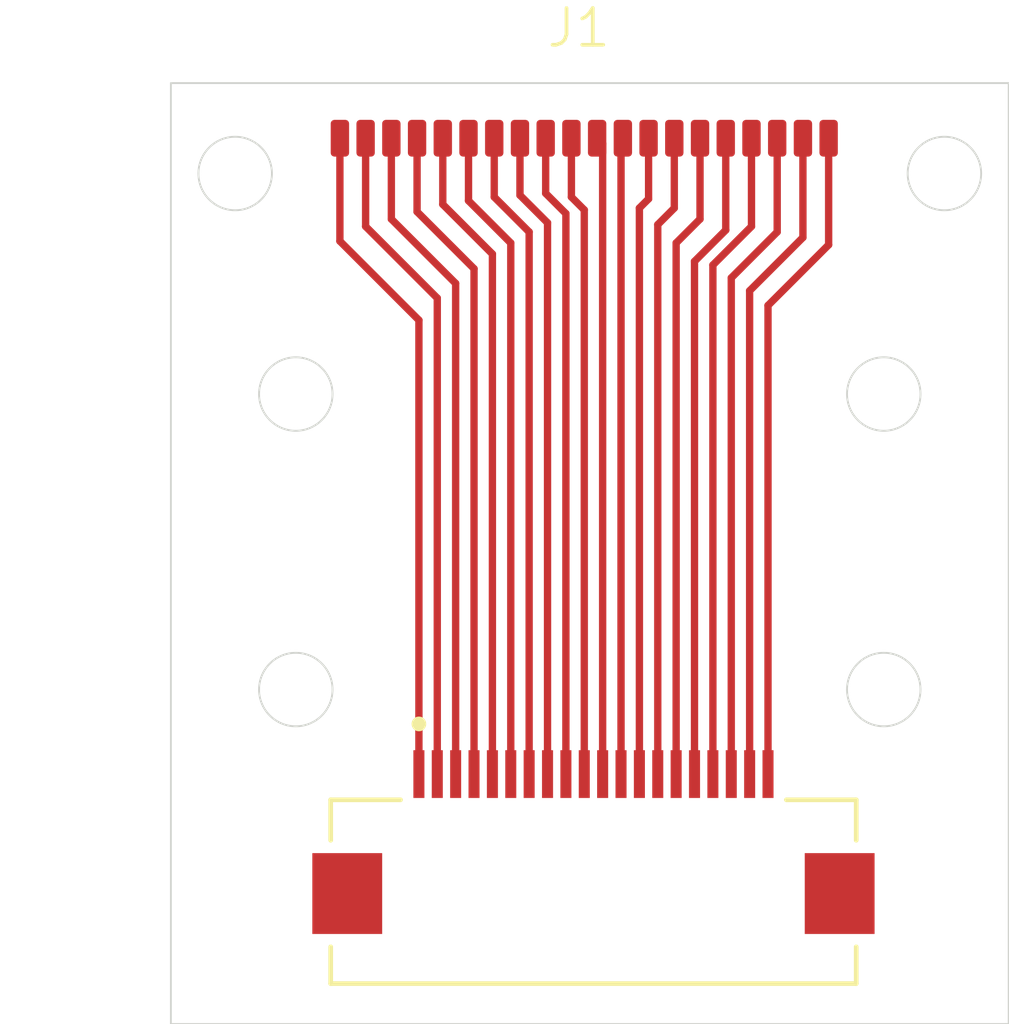
<source format=kicad_pcb>
(kicad_pcb (version 20241229) (generator "pcbnew") (generator_version "9.0")
  (layers (0 "F.Cu" signal) (2 "B.Cu" signal) (13 "F.Paste" user) (15 "B.Paste" user) (5 "F.SilkS" user "F.Silkscreen") (7 "B.SilkS" user "B.Silkscreen") (1 "F.Mask" user) (3 "B.Mask" user) (25 "Edge.Cuts" user))
  (net 0 "")
  (net 1 "Net-(J1-Pin_8)")
  (net 2 "Net-(J1-Pin_16)")
  (net 3 "Net-(J1-Pin_17)")
  (net 4 "Net-(J1-Pin_1)")
  (net 5 "Net-(J1-Pin_13)")
  (net 6 "Net-(J1-Pin_7)")
  (net 7 "Net-(J1-Pin_3)")
  (net 8 "Net-(J1-Pin_14)")
  (net 9 "Net-(J1-Pin_20)")
  (net 10 "Net-(J1-Pin_15)")
  (net 11 "Net-(J1-Pin_9)")
  (net 12 "Net-(J1-Pin_6)")
  (net 13 "Net-(J1-Pin_10)")
  (net 14 "Net-(J1-Pin_19)")
  (net 15 "Net-(J1-Pin_5)")
  (net 16 "Net-(J1-Pin_11)")
  (net 17 "Net-(J1-Pin_18)")
  (net 18 "Net-(J1-Pin_12)")
  (net 19 "Net-(J1-Pin_4)")
  (net 20 "Net-(J1-Pin_2)")
  (footprint "Custom_pads:HRS_TF31-20S-0.5SH_800_" (layer "F.Cu") (at 160 57.5 180)
    (property "Reference" "J2" (hide yes))
    (property "Value" "TF31-20S-0.5SH_800_")
    (fp_line (start 7.15 2.5) (end 7.15 1.4) (stroke (width 0.127)) (layer "F.SilkS"))
    (fp_line (start 7.15 -1.5) (end 7.15 -2.5) (stroke (width 0.127)) (layer "F.SilkS"))
    (fp_line (start 7.15 -2.5) (end -7.15 -2.5) (stroke (width 0.127)) (layer "F.SilkS"))
    (fp_line (start 5.25 2.5) (end 7.15 2.5) (stroke (width 0.127)) (layer "F.SilkS"))
    (fp_line (start -7.15 2.5) (end -5.25 2.5) (stroke (width 0.127)) (layer "F.SilkS"))
    (fp_line (start -7.15 1.4) (end -7.15 2.5) (stroke (width 0.127)) (layer "F.SilkS"))
    (fp_line (start -7.15 -2.5) (end -7.15 -1.5) (stroke (width 0.127)) (layer "F.SilkS"))
    (fp_circle (center 4.75 4.565) (end 4.85 4.565) (stroke (width 0.2)) (fill no) (layer "F.SilkS"))
    (pad "1" smd rect (at 4.75 3.2 180) (size 0.3 1.3) (layers "F.Cu" "F.Mask" "F.Paste") (net 4 "Net-(J1-Pin_1)"))
    (pad "2" smd rect (at 4.25 3.2 180) (size 0.3 1.3) (layers "F.Cu" "F.Mask" "F.Paste") (net 20 "Net-(J1-Pin_2)"))
    (pad "3" smd rect (at 3.75 3.2 180) (size 0.3 1.3) (layers "F.Cu" "F.Mask" "F.Paste") (net 7 "Net-(J1-Pin_3)"))
    (pad "4" smd rect (at 3.25 3.2 180) (size 0.3 1.3) (layers "F.Cu" "F.Mask" "F.Paste") (net 19 "Net-(J1-Pin_4)"))
    (pad "5" smd rect (at 2.75 3.2 180) (size 0.3 1.3) (layers "F.Cu" "F.Mask" "F.Paste") (net 15 "Net-(J1-Pin_5)"))
    (pad "6" smd rect (at 2.25 3.2 180) (size 0.3 1.3) (layers "F.Cu" "F.Mask" "F.Paste") (net 12 "Net-(J1-Pin_6)"))
    (pad "7" smd rect (at 1.75 3.2 180) (size 0.3 1.3) (layers "F.Cu" "F.Mask" "F.Paste") (net 6 "Net-(J1-Pin_7)"))
    (pad "8" smd rect (at 1.25 3.2 180) (size 0.3 1.3) (layers "F.Cu" "F.Mask" "F.Paste") (net 1 "Net-(J1-Pin_8)"))
    (pad "9" smd rect (at 0.75 3.2 180) (size 0.3 1.3) (layers "F.Cu" "F.Mask" "F.Paste") (net 11 "Net-(J1-Pin_9)"))
    (pad "10" smd rect (at 0.25 3.2 180) (size 0.3 1.3) (layers "F.Cu" "F.Mask" "F.Paste") (net 13 "Net-(J1-Pin_10)"))
    (pad "11" smd rect (at -0.25 3.2 180) (size 0.3 1.3) (layers "F.Cu" "F.Mask" "F.Paste") (net 16 "Net-(J1-Pin_11)"))
    (pad "12" smd rect (at -0.75 3.2 180) (size 0.3 1.3) (layers "F.Cu" "F.Mask" "F.Paste") (net 18 "Net-(J1-Pin_12)"))
    (pad "13" smd rect (at -1.25 3.2 180) (size 0.3 1.3) (layers "F.Cu" "F.Mask" "F.Paste") (net 5 "Net-(J1-Pin_13)"))
    (pad "14" smd rect (at -1.75 3.2 180) (size 0.3 1.3) (layers "F.Cu" "F.Mask" "F.Paste") (net 8 "Net-(J1-Pin_14)"))
    (pad "15" smd rect (at -2.25 3.2 180) (size 0.3 1.3) (layers "F.Cu" "F.Mask" "F.Paste") (net 10 "Net-(J1-Pin_15)"))
    (pad "16" smd rect (at -2.75 3.2 180) (size 0.3 1.3) (layers "F.Cu" "F.Mask" "F.Paste") (net 2 "Net-(J1-Pin_16)"))
    (pad "17" smd rect (at -3.25 3.2 180) (size 0.3 1.3) (layers "F.Cu" "F.Mask" "F.Paste") (net 3 "Net-(J1-Pin_17)"))
    (pad "18" smd rect (at -3.75 3.2 180) (size 0.3 1.3) (layers "F.Cu" "F.Mask" "F.Paste") (net 17 "Net-(J1-Pin_18)"))
    (pad "19" smd rect (at -4.25 3.2 180) (size 0.3 1.3) (layers "F.Cu" "F.Mask" "F.Paste") (net 14 "Net-(J1-Pin_19)"))
    (pad "20" smd rect (at -4.75 3.2 180) (size 0.3 1.3) (layers "F.Cu" "F.Mask" "F.Paste") (net 9 "Net-(J1-Pin_20)"))
    (pad "S1" smd rect (at -6.7 -0.05 180) (size 1.9 2.2) (layers "F.Cu" "F.Mask" "F.Paste"))
    (pad "S2" smd rect (at 6.7 -0.05 180) (size 1.9 2.2) (layers "F.Cu" "F.Mask" "F.Paste"))
  )
  (footprint "Custom_pads:Pads 1x20" (layer "F.Cu") (at 159.6 37)
    (property "Reference" "J1" (at 0 -3 0) (layer "F.SilkS") (effects (font (thickness 0.1))))
    (property "Value" "Conn_01x20_Pin" (hide yes))
    (pad "1" smd roundrect (at -6.5 0) (size 0.5 1) (layers "F.Cu" "F.Mask" "F.Paste") (roundrect_rratio 0.2) (net 4 "Net-(J1-Pin_1)"))
    (pad "2" smd roundrect (at -5.8 0) (size 0.5 1) (layers "F.Cu" "F.Mask" "F.Paste") (roundrect_rratio 0.2) (net 20 "Net-(J1-Pin_2)"))
    (pad "3" smd roundrect (at -5.1 0) (size 0.5 1) (layers "F.Cu" "F.Mask" "F.Paste") (roundrect_rratio 0.2) (net 7 "Net-(J1-Pin_3)"))
    (pad "4" smd roundrect (at -4.4 0) (size 0.5 1) (layers "F.Cu" "F.Mask" "F.Paste") (roundrect_rratio 0.2) (net 19 "Net-(J1-Pin_4)"))
    (pad "5" smd roundrect (at -3.7 0) (size 0.5 1) (layers "F.Cu" "F.Mask" "F.Paste") (roundrect_rratio 0.2) (net 15 "Net-(J1-Pin_5)"))
    (pad "6" smd roundrect (at -3 0) (size 0.5 1) (layers "F.Cu" "F.Mask" "F.Paste") (roundrect_rratio 0.2) (net 12 "Net-(J1-Pin_6)"))
    (pad "7" smd roundrect (at -2.3 0) (size 0.5 1) (layers "F.Cu" "F.Mask" "F.Paste") (roundrect_rratio 0.2) (net 6 "Net-(J1-Pin_7)"))
    (pad "8" smd roundrect (at -1.6 0) (size 0.5 1) (layers "F.Cu" "F.Mask" "F.Paste") (roundrect_rratio 0.2) (net 1 "Net-(J1-Pin_8)"))
    (pad "9" smd roundrect (at -0.9 0) (size 0.5 1) (layers "F.Cu" "F.Mask" "F.Paste") (roundrect_rratio 0.2) (net 11 "Net-(J1-Pin_9)"))
    (pad "10" smd roundrect (at -0.2 0) (size 0.5 1) (layers "F.Cu" "F.Mask" "F.Paste") (roundrect_rratio 0.2) (net 13 "Net-(J1-Pin_10)"))
    (pad "11" smd roundrect (at 0.5 0) (size 0.5 1) (layers "F.Cu" "F.Mask" "F.Paste") (roundrect_rratio 0.2) (net 16 "Net-(J1-Pin_11)"))
    (pad "12" smd roundrect (at 1.2 0) (size 0.5 1) (layers "F.Cu" "F.Mask" "F.Paste") (roundrect_rratio 0.2) (net 18 "Net-(J1-Pin_12)"))
    (pad "13" smd roundrect (at 1.9 0) (size 0.5 1) (layers "F.Cu" "F.Mask" "F.Paste") (roundrect_rratio 0.2) (net 5 "Net-(J1-Pin_13)"))
    (pad "14" smd roundrect (at 2.6 0) (size 0.5 1) (layers "F.Cu" "F.Mask" "F.Paste") (roundrect_rratio 0.2) (net 8 "Net-(J1-Pin_14)"))
    (pad "15" smd roundrect (at 3.3 0) (size 0.5 1) (layers "F.Cu" "F.Mask" "F.Paste") (roundrect_rratio 0.2) (net 10 "Net-(J1-Pin_15)"))
    (pad "16" smd roundrect (at 4 0) (size 0.5 1) (layers "F.Cu" "F.Mask" "F.Paste") (roundrect_rratio 0.2) (net 2 "Net-(J1-Pin_16)"))
    (pad "17" smd roundrect (at 4.7 0) (size 0.5 1) (layers "F.Cu" "F.Mask" "F.Paste") (roundrect_rratio 0.2) (net 3 "Net-(J1-Pin_17)"))
    (pad "18" smd roundrect (at 5.4 0) (size 0.5 1) (layers "F.Cu" "F.Mask" "F.Paste") (roundrect_rratio 0.2) (net 17 "Net-(J1-Pin_18)"))
    (pad "19" smd roundrect (at 6.1 0) (size 0.5 1) (layers "F.Cu" "F.Mask" "F.Paste") (roundrect_rratio 0.2) (net 14 "Net-(J1-Pin_19)"))
    (pad "20" smd roundrect (at 6.8 0) (size 0.5 1) (layers "F.Cu" "F.Mask" "F.Paste") (roundrect_rratio 0.2) (net 9 "Net-(J1-Pin_20)"))
  )
  (gr_rect (start 148.5 35.5) (end 171.3 61.1) (stroke (width 0.05)) (fill no) (layer "Edge.Cuts"))
  (gr_circle (center 169.55 37.96) (end 170.55 37.96) (stroke (width 0.05)) (fill no) (layer "Edge.Cuts"))
  (gr_circle (center 167.9 52) (end 168.9 52) (stroke (width 0.05)) (fill no) (layer "Edge.Cuts"))
  (gr_circle (center 150.25 37.96) (end 151.25 37.96) (stroke (width 0.05)) (fill no) (layer "Edge.Cuts"))
  (gr_circle (center 167.9 43.96) (end 168.9 43.96) (stroke (width 0.05)) (fill no) (layer "Edge.Cuts"))
  (gr_circle (center 151.9 43.96) (end 152.9 43.96) (stroke (width 0.05)) (fill no) (layer "Edge.Cuts"))
  (gr_circle (center 151.9 52) (end 152.9 52) (stroke (width 0.05)) (fill no) (layer "Edge.Cuts"))
  (segment (start 158.75 54.1) (end 158.75 39.3) (width 0.2) (layer "F.Cu") (net 1))
  (segment (start 158.75 39.3) (end 158 38.55) (width 0.2) (layer "F.Cu") (net 1))
  (segment (start 158 38.55) (end 158 37) (width 0.2) (layer "F.Cu") (net 1))
  (segment (start 163.6 39.5) (end 163.6 37) (width 0.2) (layer "F.Cu") (net 2))
  (segment (start 162.75 40.35) (end 163.6 39.5) (width 0.2) (layer "F.Cu") (net 2))
  (segment (start 162.75 54.1) (end 162.75 40.35) (width 0.2) (layer "F.Cu") (net 2))
  (segment (start 163.25 54.1) (end 163.25 40.45) (width 0.2) (layer "F.Cu") (net 3))
  (segment (start 164.3 39.4) (end 164.3 37) (width 0.2) (layer "F.Cu") (net 3))
  (segment (start 163.25 40.45) (end 164.3 39.4) (width 0.2) (layer "F.Cu") (net 3))
  (segment (start 155.25 41.95) (end 153.1 39.8) (width 0.2) (layer "F.Cu") (net 4))
  (segment (start 153.1 39.8) (end 153.1 37) (width 0.2) (layer "F.Cu") (net 4))
  (segment (start 155.25 54.1) (end 155.25 41.95) (width 0.2) (layer "F.Cu") (net 4))
  (segment (start 161.25 38.9) (end 161.5 38.65) (width 0.2) (layer "F.Cu") (net 5))
  (segment (start 161.5 38.65) (end 161.5 37) (width 0.2) (layer "F.Cu") (net 5))
  (segment (start 161.25 54.1) (end 161.25 38.9) (width 0.2) (layer "F.Cu") (net 5))
  (segment (start 158.25 54.1) (end 158.25 39.55) (width 0.2) (layer "F.Cu") (net 6))
  (segment (start 158.25 39.55) (end 157.3 38.6) (width 0.2) (layer "F.Cu") (net 6))
  (segment (start 157.3 38.6) (end 157.3 37) (width 0.2) (layer "F.Cu") (net 6))
  (segment (start 156.25 54.1) (end 156.25 40.95) (width 0.2) (layer "F.Cu") (net 7))
  (segment (start 156.25 40.95) (end 154.5 39.2) (width 0.2) (layer "F.Cu") (net 7))
  (segment (start 154.5 39.2) (end 154.5 37) (width 0.2) (layer "F.Cu") (net 7))
  (segment (start 161.75 54.1) (end 161.75 39.35) (width 0.2) (layer "F.Cu") (net 8))
  (segment (start 161.75 39.35) (end 162.2 38.9) (width 0.2) (layer "F.Cu") (net 8))
  (segment (start 162.2 38.9) (end 162.2 37) (width 0.2) (layer "F.Cu") (net 8))
  (segment (start 164.75 41.55) (end 166.4 39.9) (width 0.2) (layer "F.Cu") (net 9))
  (segment (start 166.4 39.9) (end 166.4 37) (width 0.2) (layer "F.Cu") (net 9))
  (segment (start 164.75 54.1) (end 164.75 41.55) (width 0.2) (layer "F.Cu") (net 9))
  (segment (start 162.25 54.1) (end 162.25 39.85) (width 0.2) (layer "F.Cu") (net 10))
  (segment (start 162.25 39.85) (end 162.9 39.2) (width 0.2) (layer "F.Cu") (net 10))
  (segment (start 162.9 39.2) (end 162.9 37) (width 0.2) (layer "F.Cu") (net 10))
  (segment (start 158.7 38.5) (end 158.7 37) (width 0.2) (layer "F.Cu") (net 11))
  (segment (start 159.25 39.05) (end 158.7 38.5) (width 0.2) (layer "F.Cu") (net 11))
  (segment (start 159.25 54.1) (end 159.25 39.05) (width 0.2) (layer "F.Cu") (net 11))
  (segment (start 157.75 39.85) (end 156.6 38.7) (width 0.2) (layer "F.Cu") (net 12))
  (segment (start 156.6 38.7) (end 156.6 37) (width 0.2) (layer "F.Cu") (net 12))
  (segment (start 157.75 54.1) (end 157.75 39.85) (width 0.2) (layer "F.Cu") (net 12))
  (segment (start 159.75 54.1) (end 159.75 38.95) (width 0.2) (layer "F.Cu") (net 13))
  (segment (start 159.75 38.95) (end 159.4 38.6) (width 0.2) (layer "F.Cu") (net 13))
  (segment (start 159.4 38.6) (end 159.4 37) (width 0.2) (layer "F.Cu") (net 13))
  (segment (start 165.7 39.7) (end 165.7 37) (width 0.2) (layer "F.Cu") (net 14))
  (segment (start 164.25 54.1) (end 164.25 41.15) (width 0.2) (layer "F.Cu") (net 14))
  (segment (start 164.25 41.15) (end 165.7 39.7) (width 0.2) (layer "F.Cu") (net 14))
  (segment (start 157.25 54.1) (end 157.25 40.15) (width 0.2) (layer "F.Cu") (net 15))
  (segment (start 157.25 40.15) (end 155.9 38.8) (width 0.2) (layer "F.Cu") (net 15))
  (segment (start 155.9 38.8) (end 155.9 37) (width 0.2) (layer "F.Cu") (net 15))
  (segment (start 160.25 54.1) (end 160.25 37.15) (width 0.2) (layer "F.Cu") (net 16))
  (segment (start 160.25 37.15) (end 160.1 37) (width 0.2) (layer "F.Cu") (net 16))
  (segment (start 163.75 40.8) (end 165 39.55) (width 0.2) (layer "F.Cu") (net 17))
  (segment (start 165 39.55) (end 165 37) (width 0.2) (layer "F.Cu") (net 17))
  (segment (start 163.75 54.1) (end 163.75 40.8) (width 0.2) (layer "F.Cu") (net 17))
  (segment (start 160.75 54.1) (end 160.75 37.05) (width 0.2) (layer "F.Cu") (net 18))
  (segment (start 160.75 37.05) (end 160.8 37) (width 0.2) (layer "F.Cu") (net 18))
  (segment (start 155.2 39) (end 155.2 37) (width 0.2) (layer "F.Cu") (net 19))
  (segment (start 156.75 54.1) (end 156.75 40.55) (width 0.2) (layer "F.Cu") (net 19))
  (segment (start 156.75 40.55) (end 155.2 39) (width 0.2) (layer "F.Cu") (net 19))
  (segment (start 155.75 41.35) (end 153.8 39.4) (width 0.2) (layer "F.Cu") (net 20))
  (segment (start 153.8 39.4) (end 153.8 37) (width 0.2) (layer "F.Cu") (net 20))
  (segment (start 155.75 54.1) (end 155.75 41.35) (width 0.2) (layer "F.Cu") (net 20))
)
</source>
